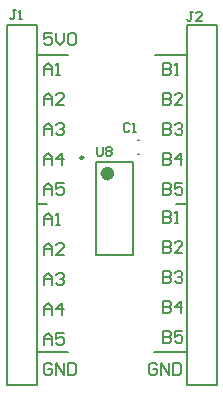
<source format=gto>
%FSAX24Y24*%
%MOIN*%
G70*
G01*
G75*
%ADD10R,0.0610X0.0138*%
%ADD11R,0.0374X0.0532*%
%ADD12C,0.0100*%
%ADD13C,0.0591*%
%ADD14R,0.0591X0.0591*%
%ADD15C,0.0200*%
%ADD16C,0.0098*%
%ADD17C,0.0236*%
%ADD18C,0.0070*%
%ADD19C,0.0079*%
%ADD20C,0.0060*%
D16*
X012757Y018594D02*
G03*
X012757Y018594I-000049J000000D01*
G01*
D17*
X013682Y018063D02*
G03*
X013682Y018063I-000118J000000D01*
G01*
D18*
X015150Y022000D02*
X016200D01*
X011200Y017050D02*
X011550D01*
X015150Y012100D02*
X016200D01*
X015100D02*
X016150D01*
X015850Y017050D02*
X016200D01*
X011200Y012100D02*
X012250D01*
X011200Y022000D02*
X012250D01*
X015207Y011683D02*
X015140Y011750D01*
X015007D01*
X014940Y011683D01*
Y011417D01*
X015007Y011350D01*
X015140D01*
X015207Y011417D01*
Y011550D01*
X015073D01*
X015340Y011350D02*
Y011750D01*
X015606Y011350D01*
Y011750D01*
X015740D02*
Y011350D01*
X015940D01*
X016006Y011417D01*
Y011683D01*
X015940Y011750D01*
X015740D01*
X015400Y012800D02*
Y012400D01*
X015600D01*
X015667Y012467D01*
Y012533D01*
X015600Y012600D01*
X015400D01*
X015600D01*
X015667Y012667D01*
Y012733D01*
X015600Y012800D01*
X015400D01*
X016066D02*
X015800D01*
Y012600D01*
X015933Y012667D01*
X016000D01*
X016066Y012600D01*
Y012467D01*
X016000Y012400D01*
X015867D01*
X015800Y012467D01*
X015400Y013800D02*
Y013400D01*
X015600D01*
X015667Y013467D01*
Y013533D01*
X015600Y013600D01*
X015400D01*
X015600D01*
X015667Y013667D01*
Y013733D01*
X015600Y013800D01*
X015400D01*
X016000Y013400D02*
Y013800D01*
X015800Y013600D01*
X016066D01*
X015400Y014800D02*
Y014400D01*
X015600D01*
X015667Y014467D01*
Y014533D01*
X015600Y014600D01*
X015400D01*
X015600D01*
X015667Y014667D01*
Y014733D01*
X015600Y014800D01*
X015400D01*
X015800Y014733D02*
X015867Y014800D01*
X016000D01*
X016066Y014733D01*
Y014667D01*
X016000Y014600D01*
X015933D01*
X016000D01*
X016066Y014533D01*
Y014467D01*
X016000Y014400D01*
X015867D01*
X015800Y014467D01*
X015400Y015800D02*
Y015400D01*
X015600D01*
X015667Y015467D01*
Y015533D01*
X015600Y015600D01*
X015400D01*
X015600D01*
X015667Y015667D01*
Y015733D01*
X015600Y015800D01*
X015400D01*
X016066Y015400D02*
X015800D01*
X016066Y015667D01*
Y015733D01*
X016000Y015800D01*
X015867D01*
X015800Y015733D01*
X015400Y016800D02*
Y016400D01*
X015600D01*
X015667Y016467D01*
Y016533D01*
X015600Y016600D01*
X015400D01*
X015600D01*
X015667Y016667D01*
Y016733D01*
X015600Y016800D01*
X015400D01*
X015800Y016400D02*
X015933D01*
X015867D01*
Y016800D01*
X015800Y016733D01*
X015400Y021750D02*
Y021350D01*
X015600D01*
X015667Y021417D01*
Y021483D01*
X015600Y021550D01*
X015400D01*
X015600D01*
X015667Y021617D01*
Y021683D01*
X015600Y021750D01*
X015400D01*
X015800Y021350D02*
X015933D01*
X015867D01*
Y021750D01*
X015800Y021683D01*
X015400Y020750D02*
Y020350D01*
X015600D01*
X015667Y020417D01*
Y020483D01*
X015600Y020550D01*
X015400D01*
X015600D01*
X015667Y020617D01*
Y020683D01*
X015600Y020750D01*
X015400D01*
X016066Y020350D02*
X015800D01*
X016066Y020617D01*
Y020683D01*
X016000Y020750D01*
X015867D01*
X015800Y020683D01*
X015400Y019750D02*
Y019350D01*
X015600D01*
X015667Y019417D01*
Y019483D01*
X015600Y019550D01*
X015400D01*
X015600D01*
X015667Y019617D01*
Y019683D01*
X015600Y019750D01*
X015400D01*
X015800Y019683D02*
X015867Y019750D01*
X016000D01*
X016066Y019683D01*
Y019617D01*
X016000Y019550D01*
X015933D01*
X016000D01*
X016066Y019483D01*
Y019417D01*
X016000Y019350D01*
X015867D01*
X015800Y019417D01*
X015400Y018750D02*
Y018350D01*
X015600D01*
X015667Y018417D01*
Y018483D01*
X015600Y018550D01*
X015400D01*
X015600D01*
X015667Y018617D01*
Y018683D01*
X015600Y018750D01*
X015400D01*
X016000Y018350D02*
Y018750D01*
X015800Y018550D01*
X016066D01*
X015400Y017750D02*
Y017350D01*
X015600D01*
X015667Y017417D01*
Y017483D01*
X015600Y017550D01*
X015400D01*
X015600D01*
X015667Y017617D01*
Y017683D01*
X015600Y017750D01*
X015400D01*
X016066D02*
X015800D01*
Y017550D01*
X015933Y017617D01*
X016000D01*
X016066Y017550D01*
Y017417D01*
X016000Y017350D01*
X015867D01*
X015800Y017417D01*
X011450Y012350D02*
Y012617D01*
X011583Y012750D01*
X011717Y012617D01*
Y012350D01*
Y012550D01*
X011450D01*
X012116Y012750D02*
X011850D01*
Y012550D01*
X011983Y012617D01*
X012050D01*
X012116Y012550D01*
Y012417D01*
X012050Y012350D01*
X011917D01*
X011850Y012417D01*
X011450Y013350D02*
Y013617D01*
X011583Y013750D01*
X011717Y013617D01*
Y013350D01*
Y013550D01*
X011450D01*
X012050Y013350D02*
Y013750D01*
X011850Y013550D01*
X012116D01*
X011450Y014350D02*
Y014617D01*
X011583Y014750D01*
X011717Y014617D01*
Y014350D01*
Y014550D01*
X011450D01*
X011850Y014683D02*
X011917Y014750D01*
X012050D01*
X012116Y014683D01*
Y014617D01*
X012050Y014550D01*
X011983D01*
X012050D01*
X012116Y014483D01*
Y014417D01*
X012050Y014350D01*
X011917D01*
X011850Y014417D01*
X011450Y015350D02*
Y015617D01*
X011583Y015750D01*
X011717Y015617D01*
Y015350D01*
Y015550D01*
X011450D01*
X012116Y015350D02*
X011850D01*
X012116Y015617D01*
Y015683D01*
X012050Y015750D01*
X011917D01*
X011850Y015683D01*
X011450Y016350D02*
Y016617D01*
X011583Y016750D01*
X011717Y016617D01*
Y016350D01*
Y016550D01*
X011450D01*
X011850Y016350D02*
X011983D01*
X011917D01*
Y016750D01*
X011850Y016683D01*
X011450Y017350D02*
Y017617D01*
X011583Y017750D01*
X011717Y017617D01*
Y017350D01*
Y017550D01*
X011450D01*
X012116Y017750D02*
X011850D01*
Y017550D01*
X011983Y017617D01*
X012050D01*
X012116Y017550D01*
Y017417D01*
X012050Y017350D01*
X011917D01*
X011850Y017417D01*
X011450Y018350D02*
Y018617D01*
X011583Y018750D01*
X011717Y018617D01*
Y018350D01*
Y018550D01*
X011450D01*
X012050Y018350D02*
Y018750D01*
X011850Y018550D01*
X012116D01*
X011450Y019350D02*
Y019617D01*
X011583Y019750D01*
X011717Y019617D01*
Y019350D01*
Y019550D01*
X011450D01*
X011850Y019683D02*
X011917Y019750D01*
X012050D01*
X012116Y019683D01*
Y019617D01*
X012050Y019550D01*
X011983D01*
X012050D01*
X012116Y019483D01*
Y019417D01*
X012050Y019350D01*
X011917D01*
X011850Y019417D01*
X011450Y020350D02*
Y020617D01*
X011583Y020750D01*
X011717Y020617D01*
Y020350D01*
Y020550D01*
X011450D01*
X012116Y020350D02*
X011850D01*
X012116Y020617D01*
Y020683D01*
X012050Y020750D01*
X011917D01*
X011850Y020683D01*
X011450Y021350D02*
Y021617D01*
X011583Y021750D01*
X011717Y021617D01*
Y021350D01*
Y021550D01*
X011450D01*
X011850Y021350D02*
X011983D01*
X011917D01*
Y021750D01*
X011850Y021683D01*
X011717Y022750D02*
X011450D01*
Y022550D01*
X011583Y022617D01*
X011650D01*
X011717Y022550D01*
Y022417D01*
X011650Y022350D01*
X011517D01*
X011450Y022417D01*
X011850Y022750D02*
Y022483D01*
X011983Y022350D01*
X012116Y022483D01*
Y022750D01*
X012250Y022683D02*
X012316Y022750D01*
X012450D01*
X012516Y022683D01*
Y022417D01*
X012450Y022350D01*
X012316D01*
X012250Y022417D01*
Y022683D01*
X011717Y011683D02*
X011650Y011750D01*
X011517D01*
X011450Y011683D01*
Y011417D01*
X011517Y011350D01*
X011650D01*
X011717Y011417D01*
Y011550D01*
X011583D01*
X011850Y011350D02*
Y011750D01*
X012116Y011350D01*
Y011750D01*
X012250D02*
Y011350D01*
X012450D01*
X012516Y011417D01*
Y011683D01*
X012450Y011750D01*
X012250D01*
D19*
X013170Y015346D02*
Y018457D01*
X014430Y015346D02*
Y018457D01*
X013170D02*
X014430D01*
X013170Y015346D02*
X014430D01*
X010200Y011750D02*
Y023000D01*
Y011000D02*
Y011750D01*
Y011000D02*
X011200D01*
Y023000D01*
X010200D02*
X011200D01*
X014580Y019176D02*
X014620D01*
X014580Y018724D02*
X014620D01*
X016200Y011750D02*
Y023000D01*
Y011000D02*
Y011750D01*
Y011000D02*
X017200D01*
Y023000D01*
X016200D02*
X017200D01*
D20*
X013200Y018950D02*
Y018700D01*
X013250Y018650D01*
X013350D01*
X013400Y018700D01*
Y018950D01*
X013500Y018900D02*
X013550Y018950D01*
X013650D01*
X013700Y018900D01*
Y018850D01*
X013650Y018800D01*
X013700Y018750D01*
Y018700D01*
X013650Y018650D01*
X013550D01*
X013500Y018700D01*
Y018750D01*
X013550Y018800D01*
X013500Y018850D01*
Y018900D01*
X013550Y018800D02*
X013650D01*
X010500Y023500D02*
X010400D01*
X010450D01*
Y023250D01*
X010400Y023200D01*
X010350D01*
X010300Y023250D01*
X010600Y023200D02*
X010700D01*
X010650D01*
Y023500D01*
X010600Y023450D01*
X014300Y019700D02*
X014250Y019750D01*
X014150D01*
X014100Y019700D01*
Y019500D01*
X014150Y019450D01*
X014250D01*
X014300Y019500D01*
X014400Y019450D02*
X014500D01*
X014450D01*
Y019750D01*
X014400Y019700D01*
X016400Y023450D02*
X016300D01*
X016350D01*
Y023200D01*
X016300Y023150D01*
X016250D01*
X016200Y023200D01*
X016700Y023150D02*
X016500D01*
X016700Y023350D01*
Y023400D01*
X016650Y023450D01*
X016550D01*
X016500Y023400D01*
M02*

</source>
